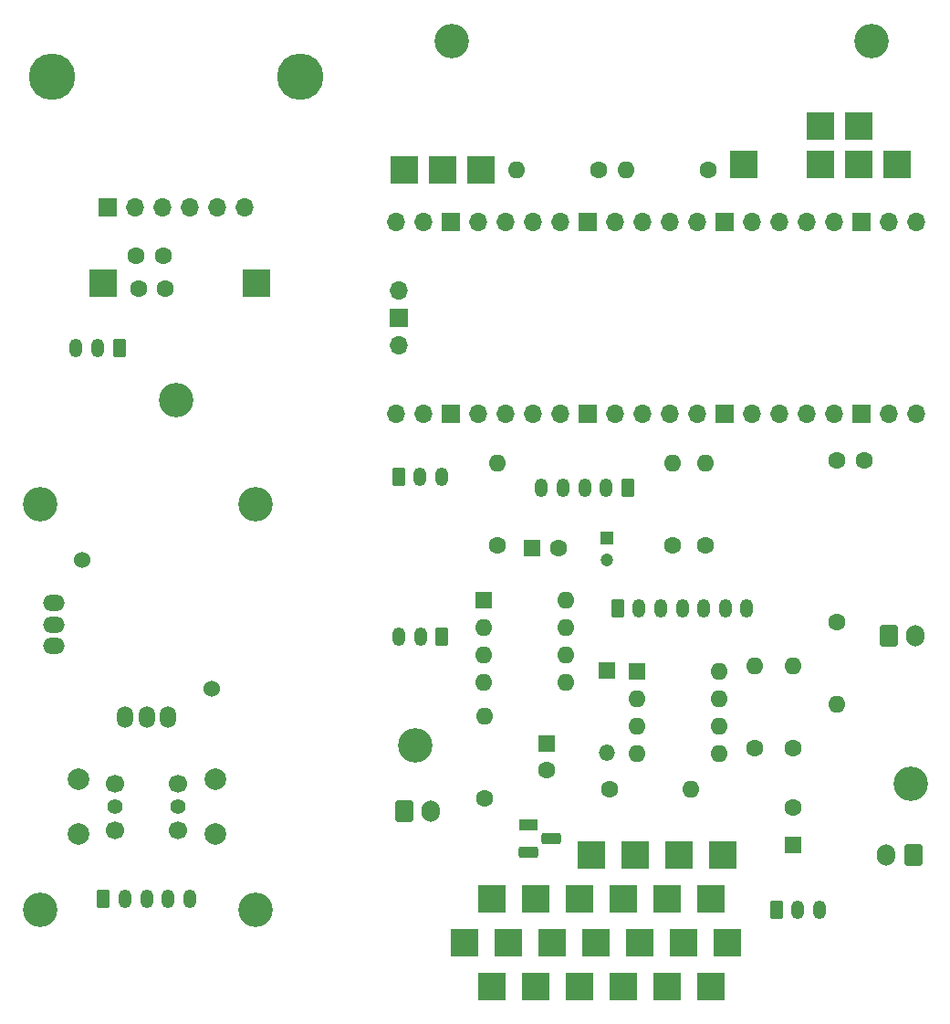
<source format=gbs>
%TF.GenerationSoftware,KiCad,Pcbnew,6.0.11+dfsg-1~bpo11+1*%
%TF.CreationDate,2023-11-13T20:24:00+01:00*%
%TF.ProjectId,v4_pico,76345f70-6963-46f2-9e6b-696361645f70,rev?*%
%TF.SameCoordinates,Original*%
%TF.FileFunction,Soldermask,Bot*%
%TF.FilePolarity,Negative*%
%FSLAX46Y46*%
G04 Gerber Fmt 4.6, Leading zero omitted, Abs format (unit mm)*
G04 Created by KiCad (PCBNEW 6.0.11+dfsg-1~bpo11+1) date 2023-11-13 20:24:00*
%MOMM*%
%LPD*%
G01*
G04 APERTURE LIST*
G04 Aperture macros list*
%AMRoundRect*
0 Rectangle with rounded corners*
0 $1 Rounding radius*
0 $2 $3 $4 $5 $6 $7 $8 $9 X,Y pos of 4 corners*
0 Add a 4 corners polygon primitive as box body*
4,1,4,$2,$3,$4,$5,$6,$7,$8,$9,$2,$3,0*
0 Add four circle primitives for the rounded corners*
1,1,$1+$1,$2,$3*
1,1,$1+$1,$4,$5*
1,1,$1+$1,$6,$7*
1,1,$1+$1,$8,$9*
0 Add four rect primitives between the rounded corners*
20,1,$1+$1,$2,$3,$4,$5,0*
20,1,$1+$1,$4,$5,$6,$7,0*
20,1,$1+$1,$6,$7,$8,$9,0*
20,1,$1+$1,$8,$9,$2,$3,0*%
G04 Aperture macros list end*
%ADD10R,1.600000X1.600000*%
%ADD11C,1.600000*%
%ADD12R,2.500000X2.500000*%
%ADD13RoundRect,0.250000X0.350000X0.625000X-0.350000X0.625000X-0.350000X-0.625000X0.350000X-0.625000X0*%
%ADD14O,1.200000X1.750000*%
%ADD15RoundRect,0.250000X-0.350000X-0.625000X0.350000X-0.625000X0.350000X0.625000X-0.350000X0.625000X0*%
%ADD16C,3.200000*%
%ADD17O,1.600000X1.600000*%
%ADD18O,1.700000X1.700000*%
%ADD19R,1.700000X1.700000*%
%ADD20RoundRect,0.250000X-0.600000X-0.750000X0.600000X-0.750000X0.600000X0.750000X-0.600000X0.750000X0*%
%ADD21O,1.700000X2.000000*%
%ADD22R,1.500000X1.500000*%
%ADD23O,1.500000X1.500000*%
%ADD24C,1.700000*%
%ADD25C,1.400000*%
%ADD26C,2.000000*%
%ADD27C,1.524000*%
%ADD28O,1.524000X2.000000*%
%ADD29O,2.000000X1.524000*%
%ADD30C,4.300000*%
%ADD31R,1.800000X1.100000*%
%ADD32RoundRect,0.275000X-0.625000X0.275000X-0.625000X-0.275000X0.625000X-0.275000X0.625000X0.275000X0*%
%ADD33R,1.200000X1.200000*%
%ADD34C,1.200000*%
%ADD35RoundRect,0.250000X0.600000X0.750000X-0.600000X0.750000X-0.600000X-0.750000X0.600000X-0.750000X0*%
G04 APERTURE END LIST*
D10*
X217975000Y-68326000D03*
D11*
X220475000Y-68326000D03*
X246293000Y-60198000D03*
X248793000Y-60198000D03*
D12*
X222377000Y-100838000D03*
X227605000Y-96774000D03*
X234569000Y-100838000D03*
X234569000Y-108966000D03*
X222377000Y-108966000D03*
X223901000Y-104902000D03*
X223541000Y-96774000D03*
X230505000Y-100838000D03*
X214249000Y-108966000D03*
X235733000Y-96774000D03*
X232029000Y-104902000D03*
X236093000Y-104902000D03*
X214249000Y-100838000D03*
X231669000Y-96774000D03*
X226441000Y-100838000D03*
X218313000Y-108966000D03*
X211709000Y-104902000D03*
X230505000Y-108966000D03*
X227965000Y-104902000D03*
X215773000Y-104902000D03*
X218313000Y-100838000D03*
X226441000Y-108966000D03*
X219837000Y-104902000D03*
X206121000Y-33274000D03*
X209677000Y-33274000D03*
X213233000Y-33274000D03*
D10*
X242189000Y-95886700D03*
D11*
X242189000Y-92386700D03*
D13*
X226885000Y-62780000D03*
D14*
X224885000Y-62780000D03*
X222885000Y-62780000D03*
X220885000Y-62780000D03*
X218885000Y-62780000D03*
D15*
X225933000Y-73914000D03*
D14*
X227933000Y-73914000D03*
X229933000Y-73914000D03*
X231933000Y-73914000D03*
X233933000Y-73914000D03*
X235933000Y-73914000D03*
X237933000Y-73914000D03*
D15*
X205613000Y-61722000D03*
D14*
X207613000Y-61722000D03*
X209613000Y-61722000D03*
D12*
X244729000Y-29210000D03*
X244729000Y-32766000D03*
X248285000Y-29210000D03*
X248285000Y-32766000D03*
X237617000Y-32766000D03*
X251841000Y-32766000D03*
D16*
X249472000Y-21399500D03*
X210534000Y-21399500D03*
D11*
X234061000Y-68072000D03*
D17*
X234061000Y-60452000D03*
D11*
X213635000Y-91542000D03*
D17*
X213635000Y-83922000D03*
D11*
X214757000Y-68072000D03*
D17*
X214757000Y-60452000D03*
D11*
X224155000Y-33274000D03*
D17*
X216535000Y-33274000D03*
D11*
X234315000Y-33274000D03*
D17*
X226695000Y-33274000D03*
D18*
X253635000Y-38100000D03*
X251095000Y-38100000D03*
D19*
X248555000Y-38100000D03*
D18*
X246015000Y-38100000D03*
X243475000Y-38100000D03*
X240935000Y-38100000D03*
X238395000Y-38100000D03*
D19*
X235855000Y-38100000D03*
D18*
X233315000Y-38100000D03*
X230775000Y-38100000D03*
X228235000Y-38100000D03*
X225695000Y-38100000D03*
D19*
X223155000Y-38100000D03*
D18*
X220615000Y-38100000D03*
X218075000Y-38100000D03*
X215535000Y-38100000D03*
X212995000Y-38100000D03*
D19*
X210455000Y-38100000D03*
D18*
X207915000Y-38100000D03*
X205375000Y-38100000D03*
X205375000Y-55880000D03*
X207915000Y-55880000D03*
D19*
X210455000Y-55880000D03*
D18*
X212995000Y-55880000D03*
X215535000Y-55880000D03*
X218075000Y-55880000D03*
X220615000Y-55880000D03*
D19*
X223155000Y-55880000D03*
D18*
X225695000Y-55880000D03*
X228235000Y-55880000D03*
X230775000Y-55880000D03*
X233315000Y-55880000D03*
D19*
X235855000Y-55880000D03*
D18*
X238395000Y-55880000D03*
X240935000Y-55880000D03*
X243475000Y-55880000D03*
X246015000Y-55880000D03*
D19*
X248555000Y-55880000D03*
D18*
X251095000Y-55880000D03*
X253635000Y-55880000D03*
X205605000Y-44450000D03*
D19*
X205605000Y-46990000D03*
D18*
X205605000Y-49530000D03*
D16*
X172343000Y-101878000D03*
D10*
X213497000Y-73162000D03*
D17*
X213497000Y-75702000D03*
X213497000Y-78242000D03*
X213497000Y-80782000D03*
X221117000Y-80782000D03*
X221117000Y-78242000D03*
X221117000Y-75702000D03*
X221117000Y-73162000D03*
D16*
X207137000Y-86614000D03*
D20*
X206121000Y-92710000D03*
D21*
X208621000Y-92710000D03*
D11*
X183996000Y-44296000D03*
X181496000Y-44296000D03*
X238633000Y-86868000D03*
D17*
X238633000Y-79248000D03*
D10*
X219329000Y-86447600D03*
D11*
X219329000Y-88947600D03*
D15*
X240665000Y-101854000D03*
D14*
X242665000Y-101854000D03*
X244665000Y-101854000D03*
D10*
X227721000Y-79766000D03*
D17*
X227721000Y-82306000D03*
X227721000Y-84846000D03*
X227721000Y-87386000D03*
X235341000Y-87386000D03*
X235341000Y-84846000D03*
X235341000Y-82306000D03*
X235341000Y-79766000D03*
D16*
X184969000Y-54638000D03*
D22*
X224917000Y-79751000D03*
D23*
X224917000Y-87371000D03*
D15*
X178245000Y-100838000D03*
D14*
X180245000Y-100838000D03*
X182245000Y-100838000D03*
X184245000Y-100838000D03*
X186245000Y-100838000D03*
D12*
X192398000Y-43788000D03*
X178174000Y-43788000D03*
D16*
X253111000Y-90170000D03*
D24*
X185195000Y-90186000D03*
D25*
X185195000Y-92336000D03*
D24*
X179295000Y-90186000D03*
D26*
X175895000Y-89796000D03*
X188595000Y-89796000D03*
D24*
X179295000Y-94486000D03*
D26*
X188595000Y-94876000D03*
D25*
X179295000Y-92336000D03*
D26*
X175895000Y-94876000D03*
D24*
X185195000Y-94486000D03*
D11*
X246253000Y-75184000D03*
D17*
X246253000Y-82804000D03*
D27*
X176245000Y-69446000D03*
X188245000Y-81446000D03*
D28*
X180245000Y-84046000D03*
X182245000Y-84046000D03*
X184245000Y-84046000D03*
D29*
X173645000Y-73446000D03*
X173645000Y-75446000D03*
X173645000Y-77446000D03*
D30*
X196469000Y-24638000D03*
D11*
X225231000Y-90678000D03*
D17*
X232731000Y-90678000D03*
D16*
X192343000Y-101878000D03*
D11*
X242189000Y-86868000D03*
D17*
X242189000Y-79248000D03*
D19*
X178619000Y-36816000D03*
D18*
X181159000Y-36816000D03*
X183699000Y-36816000D03*
X186239000Y-36816000D03*
X188779000Y-36816000D03*
X191319000Y-36816000D03*
D11*
X183762000Y-41248000D03*
X181262000Y-41248000D03*
D16*
X192343000Y-64262000D03*
D11*
X231013000Y-68072000D03*
D17*
X231013000Y-60452000D03*
D31*
X217675000Y-94032000D03*
D32*
X219745000Y-95302000D03*
X217675000Y-96572000D03*
D16*
X172343000Y-64262000D03*
D20*
X251099000Y-76454000D03*
D21*
X253599000Y-76454000D03*
D30*
X173469000Y-24638000D03*
D33*
X224917000Y-67463000D03*
D34*
X224917000Y-69463000D03*
D13*
X179705000Y-49784000D03*
D14*
X177705000Y-49784000D03*
X175705000Y-49784000D03*
D13*
X209645000Y-76544000D03*
D14*
X207645000Y-76544000D03*
X205645000Y-76544000D03*
D35*
X253365000Y-96774000D03*
D21*
X250865000Y-96774000D03*
M02*

</source>
